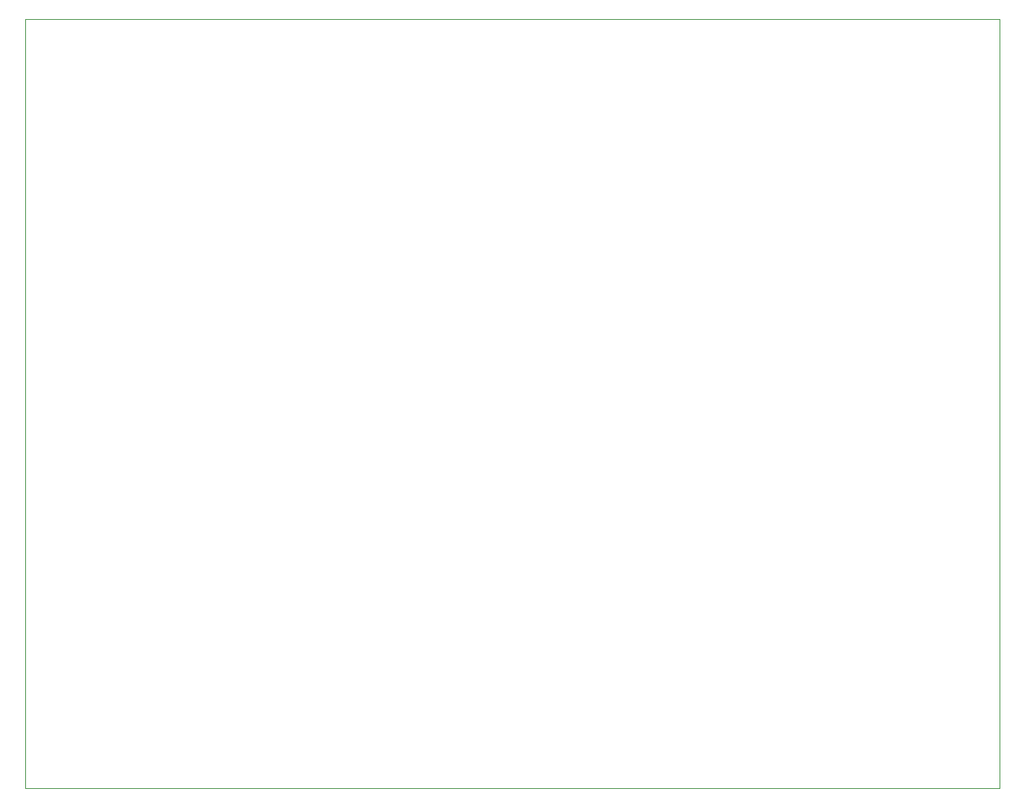
<source format=gbr>
%TF.GenerationSoftware,KiCad,Pcbnew,(6.0.7)*%
%TF.CreationDate,2023-02-22T11:31:18+02:00*%
%TF.ProjectId,Lamps_Type5,4c616d70-735f-4547-9970-65352e6b6963,rev?*%
%TF.SameCoordinates,Original*%
%TF.FileFunction,Profile,NP*%
%FSLAX46Y46*%
G04 Gerber Fmt 4.6, Leading zero omitted, Abs format (unit mm)*
G04 Created by KiCad (PCBNEW (6.0.7)) date 2023-02-22 11:31:18*
%MOMM*%
%LPD*%
G01*
G04 APERTURE LIST*
%TA.AperFunction,Profile*%
%ADD10C,0.100000*%
%TD*%
G04 APERTURE END LIST*
D10*
X265500000Y-127250000D02*
X157500000Y-127250000D01*
X157500000Y-42000000D01*
X265500000Y-42000000D01*
X265500000Y-127250000D01*
M02*

</source>
